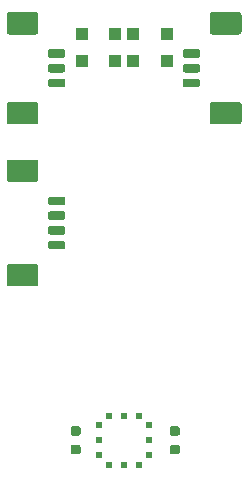
<source format=gbp>
G04 #@! TF.GenerationSoftware,KiCad,Pcbnew,(5.1.4-0-10_14)*
G04 #@! TF.CreationDate,2020-03-01T16:52:25+01:00*
G04 #@! TF.ProjectId,actuator-board,61637475-6174-46f7-922d-626f6172642e,A.1*
G04 #@! TF.SameCoordinates,Original*
G04 #@! TF.FileFunction,Paste,Bot*
G04 #@! TF.FilePolarity,Positive*
%FSLAX46Y46*%
G04 Gerber Fmt 4.6, Leading zero omitted, Abs format (unit mm)*
G04 Created by KiCad (PCBNEW (5.1.4-0-10_14)) date 2020-03-01 16:52:25*
%MOMM*%
%LPD*%
G04 APERTURE LIST*
%ADD10C,0.100000*%
%ADD11C,0.787500*%
%ADD12R,0.990000X0.990000*%
%ADD13C,0.720000*%
%ADD14C,1.890000*%
%ADD15R,0.585000X0.630000*%
%ADD16R,0.630000X0.585000*%
G04 APERTURE END LIST*
D10*
G36*
X55149922Y-97294698D02*
G01*
X55169033Y-97297533D01*
X55187775Y-97302227D01*
X55205966Y-97308736D01*
X55223431Y-97316997D01*
X55240003Y-97326929D01*
X55255521Y-97338439D01*
X55269837Y-97351413D01*
X55282811Y-97365729D01*
X55294321Y-97381247D01*
X55304253Y-97397819D01*
X55312514Y-97415284D01*
X55319023Y-97433475D01*
X55323717Y-97452217D01*
X55326552Y-97471328D01*
X55327500Y-97490625D01*
X55327500Y-97884375D01*
X55326552Y-97903672D01*
X55323717Y-97922783D01*
X55319023Y-97941525D01*
X55312514Y-97959716D01*
X55304253Y-97977181D01*
X55294321Y-97993753D01*
X55282811Y-98009271D01*
X55269837Y-98023587D01*
X55255521Y-98036561D01*
X55240003Y-98048071D01*
X55223431Y-98058003D01*
X55205966Y-98066264D01*
X55187775Y-98072773D01*
X55169033Y-98077467D01*
X55149922Y-98080302D01*
X55130625Y-98081250D01*
X54669375Y-98081250D01*
X54650078Y-98080302D01*
X54630967Y-98077467D01*
X54612225Y-98072773D01*
X54594034Y-98066264D01*
X54576569Y-98058003D01*
X54559997Y-98048071D01*
X54544479Y-98036561D01*
X54530163Y-98023587D01*
X54517189Y-98009271D01*
X54505679Y-97993753D01*
X54495747Y-97977181D01*
X54487486Y-97959716D01*
X54480977Y-97941525D01*
X54476283Y-97922783D01*
X54473448Y-97903672D01*
X54472500Y-97884375D01*
X54472500Y-97490625D01*
X54473448Y-97471328D01*
X54476283Y-97452217D01*
X54480977Y-97433475D01*
X54487486Y-97415284D01*
X54495747Y-97397819D01*
X54505679Y-97381247D01*
X54517189Y-97365729D01*
X54530163Y-97351413D01*
X54544479Y-97338439D01*
X54559997Y-97326929D01*
X54576569Y-97316997D01*
X54594034Y-97308736D01*
X54612225Y-97302227D01*
X54630967Y-97297533D01*
X54650078Y-97294698D01*
X54669375Y-97293750D01*
X55130625Y-97293750D01*
X55149922Y-97294698D01*
X55149922Y-97294698D01*
G37*
D11*
X54900000Y-97687500D03*
D10*
G36*
X55149922Y-95719698D02*
G01*
X55169033Y-95722533D01*
X55187775Y-95727227D01*
X55205966Y-95733736D01*
X55223431Y-95741997D01*
X55240003Y-95751929D01*
X55255521Y-95763439D01*
X55269837Y-95776413D01*
X55282811Y-95790729D01*
X55294321Y-95806247D01*
X55304253Y-95822819D01*
X55312514Y-95840284D01*
X55319023Y-95858475D01*
X55323717Y-95877217D01*
X55326552Y-95896328D01*
X55327500Y-95915625D01*
X55327500Y-96309375D01*
X55326552Y-96328672D01*
X55323717Y-96347783D01*
X55319023Y-96366525D01*
X55312514Y-96384716D01*
X55304253Y-96402181D01*
X55294321Y-96418753D01*
X55282811Y-96434271D01*
X55269837Y-96448587D01*
X55255521Y-96461561D01*
X55240003Y-96473071D01*
X55223431Y-96483003D01*
X55205966Y-96491264D01*
X55187775Y-96497773D01*
X55169033Y-96502467D01*
X55149922Y-96505302D01*
X55130625Y-96506250D01*
X54669375Y-96506250D01*
X54650078Y-96505302D01*
X54630967Y-96502467D01*
X54612225Y-96497773D01*
X54594034Y-96491264D01*
X54576569Y-96483003D01*
X54559997Y-96473071D01*
X54544479Y-96461561D01*
X54530163Y-96448587D01*
X54517189Y-96434271D01*
X54505679Y-96418753D01*
X54495747Y-96402181D01*
X54487486Y-96384716D01*
X54480977Y-96366525D01*
X54476283Y-96347783D01*
X54473448Y-96328672D01*
X54472500Y-96309375D01*
X54472500Y-95915625D01*
X54473448Y-95896328D01*
X54476283Y-95877217D01*
X54480977Y-95858475D01*
X54487486Y-95840284D01*
X54495747Y-95822819D01*
X54505679Y-95806247D01*
X54517189Y-95790729D01*
X54530163Y-95776413D01*
X54544479Y-95763439D01*
X54559997Y-95751929D01*
X54576569Y-95741997D01*
X54594034Y-95733736D01*
X54612225Y-95727227D01*
X54630967Y-95722533D01*
X54650078Y-95719698D01*
X54669375Y-95718750D01*
X55130625Y-95718750D01*
X55149922Y-95719698D01*
X55149922Y-95719698D01*
G37*
D11*
X54900000Y-96112500D03*
D10*
G36*
X63549922Y-95719698D02*
G01*
X63569033Y-95722533D01*
X63587775Y-95727227D01*
X63605966Y-95733736D01*
X63623431Y-95741997D01*
X63640003Y-95751929D01*
X63655521Y-95763439D01*
X63669837Y-95776413D01*
X63682811Y-95790729D01*
X63694321Y-95806247D01*
X63704253Y-95822819D01*
X63712514Y-95840284D01*
X63719023Y-95858475D01*
X63723717Y-95877217D01*
X63726552Y-95896328D01*
X63727500Y-95915625D01*
X63727500Y-96309375D01*
X63726552Y-96328672D01*
X63723717Y-96347783D01*
X63719023Y-96366525D01*
X63712514Y-96384716D01*
X63704253Y-96402181D01*
X63694321Y-96418753D01*
X63682811Y-96434271D01*
X63669837Y-96448587D01*
X63655521Y-96461561D01*
X63640003Y-96473071D01*
X63623431Y-96483003D01*
X63605966Y-96491264D01*
X63587775Y-96497773D01*
X63569033Y-96502467D01*
X63549922Y-96505302D01*
X63530625Y-96506250D01*
X63069375Y-96506250D01*
X63050078Y-96505302D01*
X63030967Y-96502467D01*
X63012225Y-96497773D01*
X62994034Y-96491264D01*
X62976569Y-96483003D01*
X62959997Y-96473071D01*
X62944479Y-96461561D01*
X62930163Y-96448587D01*
X62917189Y-96434271D01*
X62905679Y-96418753D01*
X62895747Y-96402181D01*
X62887486Y-96384716D01*
X62880977Y-96366525D01*
X62876283Y-96347783D01*
X62873448Y-96328672D01*
X62872500Y-96309375D01*
X62872500Y-95915625D01*
X62873448Y-95896328D01*
X62876283Y-95877217D01*
X62880977Y-95858475D01*
X62887486Y-95840284D01*
X62895747Y-95822819D01*
X62905679Y-95806247D01*
X62917189Y-95790729D01*
X62930163Y-95776413D01*
X62944479Y-95763439D01*
X62959997Y-95751929D01*
X62976569Y-95741997D01*
X62994034Y-95733736D01*
X63012225Y-95727227D01*
X63030967Y-95722533D01*
X63050078Y-95719698D01*
X63069375Y-95718750D01*
X63530625Y-95718750D01*
X63549922Y-95719698D01*
X63549922Y-95719698D01*
G37*
D11*
X63300000Y-96112500D03*
D10*
G36*
X63549922Y-97294698D02*
G01*
X63569033Y-97297533D01*
X63587775Y-97302227D01*
X63605966Y-97308736D01*
X63623431Y-97316997D01*
X63640003Y-97326929D01*
X63655521Y-97338439D01*
X63669837Y-97351413D01*
X63682811Y-97365729D01*
X63694321Y-97381247D01*
X63704253Y-97397819D01*
X63712514Y-97415284D01*
X63719023Y-97433475D01*
X63723717Y-97452217D01*
X63726552Y-97471328D01*
X63727500Y-97490625D01*
X63727500Y-97884375D01*
X63726552Y-97903672D01*
X63723717Y-97922783D01*
X63719023Y-97941525D01*
X63712514Y-97959716D01*
X63704253Y-97977181D01*
X63694321Y-97993753D01*
X63682811Y-98009271D01*
X63669837Y-98023587D01*
X63655521Y-98036561D01*
X63640003Y-98048071D01*
X63623431Y-98058003D01*
X63605966Y-98066264D01*
X63587775Y-98072773D01*
X63569033Y-98077467D01*
X63549922Y-98080302D01*
X63530625Y-98081250D01*
X63069375Y-98081250D01*
X63050078Y-98080302D01*
X63030967Y-98077467D01*
X63012225Y-98072773D01*
X62994034Y-98066264D01*
X62976569Y-98058003D01*
X62959997Y-98048071D01*
X62944479Y-98036561D01*
X62930163Y-98023587D01*
X62917189Y-98009271D01*
X62905679Y-97993753D01*
X62895747Y-97977181D01*
X62887486Y-97959716D01*
X62880977Y-97941525D01*
X62876283Y-97922783D01*
X62873448Y-97903672D01*
X62872500Y-97884375D01*
X62872500Y-97490625D01*
X62873448Y-97471328D01*
X62876283Y-97452217D01*
X62880977Y-97433475D01*
X62887486Y-97415284D01*
X62895747Y-97397819D01*
X62905679Y-97381247D01*
X62917189Y-97365729D01*
X62930163Y-97351413D01*
X62944479Y-97338439D01*
X62959997Y-97326929D01*
X62976569Y-97316997D01*
X62994034Y-97308736D01*
X63012225Y-97302227D01*
X63030967Y-97297533D01*
X63050078Y-97294698D01*
X63069375Y-97293750D01*
X63530625Y-97293750D01*
X63549922Y-97294698D01*
X63549922Y-97294698D01*
G37*
D11*
X63300000Y-97687500D03*
D12*
X59800000Y-64800000D03*
X62600000Y-64800000D03*
X62600000Y-62500000D03*
X59800000Y-62500000D03*
X55400000Y-62500000D03*
X58200000Y-62500000D03*
X58200000Y-64800000D03*
X55400000Y-64800000D03*
D10*
G36*
X53857643Y-80015867D02*
G01*
X53875116Y-80018459D01*
X53892251Y-80022751D01*
X53908883Y-80028702D01*
X53924851Y-80036254D01*
X53940003Y-80045335D01*
X53954191Y-80055858D01*
X53967279Y-80067721D01*
X53979142Y-80080809D01*
X53989665Y-80094997D01*
X53998746Y-80110149D01*
X54006298Y-80126117D01*
X54012249Y-80142749D01*
X54016541Y-80159884D01*
X54019133Y-80177357D01*
X54020000Y-80195000D01*
X54020000Y-80555000D01*
X54019133Y-80572643D01*
X54016541Y-80590116D01*
X54012249Y-80607251D01*
X54006298Y-80623883D01*
X53998746Y-80639851D01*
X53989665Y-80655003D01*
X53979142Y-80669191D01*
X53967279Y-80682279D01*
X53954191Y-80694142D01*
X53940003Y-80704665D01*
X53924851Y-80713746D01*
X53908883Y-80721298D01*
X53892251Y-80727249D01*
X53875116Y-80731541D01*
X53857643Y-80734133D01*
X53840000Y-80735000D01*
X52760000Y-80735000D01*
X52742357Y-80734133D01*
X52724884Y-80731541D01*
X52707749Y-80727249D01*
X52691117Y-80721298D01*
X52675149Y-80713746D01*
X52659997Y-80704665D01*
X52645809Y-80694142D01*
X52632721Y-80682279D01*
X52620858Y-80669191D01*
X52610335Y-80655003D01*
X52601254Y-80639851D01*
X52593702Y-80623883D01*
X52587751Y-80607251D01*
X52583459Y-80590116D01*
X52580867Y-80572643D01*
X52580000Y-80555000D01*
X52580000Y-80195000D01*
X52580867Y-80177357D01*
X52583459Y-80159884D01*
X52587751Y-80142749D01*
X52593702Y-80126117D01*
X52601254Y-80110149D01*
X52610335Y-80094997D01*
X52620858Y-80080809D01*
X52632721Y-80067721D01*
X52645809Y-80055858D01*
X52659997Y-80045335D01*
X52675149Y-80036254D01*
X52691117Y-80028702D01*
X52707749Y-80022751D01*
X52724884Y-80018459D01*
X52742357Y-80015867D01*
X52760000Y-80015000D01*
X53840000Y-80015000D01*
X53857643Y-80015867D01*
X53857643Y-80015867D01*
G37*
D13*
X53300000Y-80375000D03*
D10*
G36*
X53857643Y-78765867D02*
G01*
X53875116Y-78768459D01*
X53892251Y-78772751D01*
X53908883Y-78778702D01*
X53924851Y-78786254D01*
X53940003Y-78795335D01*
X53954191Y-78805858D01*
X53967279Y-78817721D01*
X53979142Y-78830809D01*
X53989665Y-78844997D01*
X53998746Y-78860149D01*
X54006298Y-78876117D01*
X54012249Y-78892749D01*
X54016541Y-78909884D01*
X54019133Y-78927357D01*
X54020000Y-78945000D01*
X54020000Y-79305000D01*
X54019133Y-79322643D01*
X54016541Y-79340116D01*
X54012249Y-79357251D01*
X54006298Y-79373883D01*
X53998746Y-79389851D01*
X53989665Y-79405003D01*
X53979142Y-79419191D01*
X53967279Y-79432279D01*
X53954191Y-79444142D01*
X53940003Y-79454665D01*
X53924851Y-79463746D01*
X53908883Y-79471298D01*
X53892251Y-79477249D01*
X53875116Y-79481541D01*
X53857643Y-79484133D01*
X53840000Y-79485000D01*
X52760000Y-79485000D01*
X52742357Y-79484133D01*
X52724884Y-79481541D01*
X52707749Y-79477249D01*
X52691117Y-79471298D01*
X52675149Y-79463746D01*
X52659997Y-79454665D01*
X52645809Y-79444142D01*
X52632721Y-79432279D01*
X52620858Y-79419191D01*
X52610335Y-79405003D01*
X52601254Y-79389851D01*
X52593702Y-79373883D01*
X52587751Y-79357251D01*
X52583459Y-79340116D01*
X52580867Y-79322643D01*
X52580000Y-79305000D01*
X52580000Y-78945000D01*
X52580867Y-78927357D01*
X52583459Y-78909884D01*
X52587751Y-78892749D01*
X52593702Y-78876117D01*
X52601254Y-78860149D01*
X52610335Y-78844997D01*
X52620858Y-78830809D01*
X52632721Y-78817721D01*
X52645809Y-78805858D01*
X52659997Y-78795335D01*
X52675149Y-78786254D01*
X52691117Y-78778702D01*
X52707749Y-78772751D01*
X52724884Y-78768459D01*
X52742357Y-78765867D01*
X52760000Y-78765000D01*
X53840000Y-78765000D01*
X53857643Y-78765867D01*
X53857643Y-78765867D01*
G37*
D13*
X53300000Y-79125000D03*
D10*
G36*
X53857643Y-77515867D02*
G01*
X53875116Y-77518459D01*
X53892251Y-77522751D01*
X53908883Y-77528702D01*
X53924851Y-77536254D01*
X53940003Y-77545335D01*
X53954191Y-77555858D01*
X53967279Y-77567721D01*
X53979142Y-77580809D01*
X53989665Y-77594997D01*
X53998746Y-77610149D01*
X54006298Y-77626117D01*
X54012249Y-77642749D01*
X54016541Y-77659884D01*
X54019133Y-77677357D01*
X54020000Y-77695000D01*
X54020000Y-78055000D01*
X54019133Y-78072643D01*
X54016541Y-78090116D01*
X54012249Y-78107251D01*
X54006298Y-78123883D01*
X53998746Y-78139851D01*
X53989665Y-78155003D01*
X53979142Y-78169191D01*
X53967279Y-78182279D01*
X53954191Y-78194142D01*
X53940003Y-78204665D01*
X53924851Y-78213746D01*
X53908883Y-78221298D01*
X53892251Y-78227249D01*
X53875116Y-78231541D01*
X53857643Y-78234133D01*
X53840000Y-78235000D01*
X52760000Y-78235000D01*
X52742357Y-78234133D01*
X52724884Y-78231541D01*
X52707749Y-78227249D01*
X52691117Y-78221298D01*
X52675149Y-78213746D01*
X52659997Y-78204665D01*
X52645809Y-78194142D01*
X52632721Y-78182279D01*
X52620858Y-78169191D01*
X52610335Y-78155003D01*
X52601254Y-78139851D01*
X52593702Y-78123883D01*
X52587751Y-78107251D01*
X52583459Y-78090116D01*
X52580867Y-78072643D01*
X52580000Y-78055000D01*
X52580000Y-77695000D01*
X52580867Y-77677357D01*
X52583459Y-77659884D01*
X52587751Y-77642749D01*
X52593702Y-77626117D01*
X52601254Y-77610149D01*
X52610335Y-77594997D01*
X52620858Y-77580809D01*
X52632721Y-77567721D01*
X52645809Y-77555858D01*
X52659997Y-77545335D01*
X52675149Y-77536254D01*
X52691117Y-77528702D01*
X52707749Y-77522751D01*
X52724884Y-77518459D01*
X52742357Y-77515867D01*
X52760000Y-77515000D01*
X53840000Y-77515000D01*
X53857643Y-77515867D01*
X53857643Y-77515867D01*
G37*
D13*
X53300000Y-77875000D03*
D10*
G36*
X53857643Y-76265867D02*
G01*
X53875116Y-76268459D01*
X53892251Y-76272751D01*
X53908883Y-76278702D01*
X53924851Y-76286254D01*
X53940003Y-76295335D01*
X53954191Y-76305858D01*
X53967279Y-76317721D01*
X53979142Y-76330809D01*
X53989665Y-76344997D01*
X53998746Y-76360149D01*
X54006298Y-76376117D01*
X54012249Y-76392749D01*
X54016541Y-76409884D01*
X54019133Y-76427357D01*
X54020000Y-76445000D01*
X54020000Y-76805000D01*
X54019133Y-76822643D01*
X54016541Y-76840116D01*
X54012249Y-76857251D01*
X54006298Y-76873883D01*
X53998746Y-76889851D01*
X53989665Y-76905003D01*
X53979142Y-76919191D01*
X53967279Y-76932279D01*
X53954191Y-76944142D01*
X53940003Y-76954665D01*
X53924851Y-76963746D01*
X53908883Y-76971298D01*
X53892251Y-76977249D01*
X53875116Y-76981541D01*
X53857643Y-76984133D01*
X53840000Y-76985000D01*
X52760000Y-76985000D01*
X52742357Y-76984133D01*
X52724884Y-76981541D01*
X52707749Y-76977249D01*
X52691117Y-76971298D01*
X52675149Y-76963746D01*
X52659997Y-76954665D01*
X52645809Y-76944142D01*
X52632721Y-76932279D01*
X52620858Y-76919191D01*
X52610335Y-76905003D01*
X52601254Y-76889851D01*
X52593702Y-76873883D01*
X52587751Y-76857251D01*
X52583459Y-76840116D01*
X52580867Y-76822643D01*
X52580000Y-76805000D01*
X52580000Y-76445000D01*
X52580867Y-76427357D01*
X52583459Y-76409884D01*
X52587751Y-76392749D01*
X52593702Y-76376117D01*
X52601254Y-76360149D01*
X52610335Y-76344997D01*
X52620858Y-76330809D01*
X52632721Y-76317721D01*
X52645809Y-76305858D01*
X52659997Y-76295335D01*
X52675149Y-76286254D01*
X52691117Y-76278702D01*
X52707749Y-76272751D01*
X52724884Y-76268459D01*
X52742357Y-76265867D01*
X52760000Y-76265000D01*
X53840000Y-76265000D01*
X53857643Y-76265867D01*
X53857643Y-76265867D01*
G37*
D13*
X53300000Y-76625000D03*
D10*
G36*
X51547054Y-81981083D02*
G01*
X51568895Y-81984323D01*
X51590314Y-81989688D01*
X51611104Y-81997127D01*
X51631064Y-82006568D01*
X51650003Y-82017919D01*
X51667738Y-82031073D01*
X51684099Y-82045901D01*
X51698927Y-82062262D01*
X51712081Y-82079997D01*
X51723432Y-82098936D01*
X51732873Y-82118896D01*
X51740312Y-82139686D01*
X51745677Y-82161105D01*
X51748917Y-82182946D01*
X51750000Y-82205000D01*
X51750000Y-83645000D01*
X51748917Y-83667054D01*
X51745677Y-83688895D01*
X51740312Y-83710314D01*
X51732873Y-83731104D01*
X51723432Y-83751064D01*
X51712081Y-83770003D01*
X51698927Y-83787738D01*
X51684099Y-83804099D01*
X51667738Y-83818927D01*
X51650003Y-83832081D01*
X51631064Y-83843432D01*
X51611104Y-83852873D01*
X51590314Y-83860312D01*
X51568895Y-83865677D01*
X51547054Y-83868917D01*
X51525000Y-83870000D01*
X49275000Y-83870000D01*
X49252946Y-83868917D01*
X49231105Y-83865677D01*
X49209686Y-83860312D01*
X49188896Y-83852873D01*
X49168936Y-83843432D01*
X49149997Y-83832081D01*
X49132262Y-83818927D01*
X49115901Y-83804099D01*
X49101073Y-83787738D01*
X49087919Y-83770003D01*
X49076568Y-83751064D01*
X49067127Y-83731104D01*
X49059688Y-83710314D01*
X49054323Y-83688895D01*
X49051083Y-83667054D01*
X49050000Y-83645000D01*
X49050000Y-82205000D01*
X49051083Y-82182946D01*
X49054323Y-82161105D01*
X49059688Y-82139686D01*
X49067127Y-82118896D01*
X49076568Y-82098936D01*
X49087919Y-82079997D01*
X49101073Y-82062262D01*
X49115901Y-82045901D01*
X49132262Y-82031073D01*
X49149997Y-82017919D01*
X49168936Y-82006568D01*
X49188896Y-81997127D01*
X49209686Y-81989688D01*
X49231105Y-81984323D01*
X49252946Y-81981083D01*
X49275000Y-81980000D01*
X51525000Y-81980000D01*
X51547054Y-81981083D01*
X51547054Y-81981083D01*
G37*
D14*
X50400000Y-82925000D03*
D10*
G36*
X51547054Y-73131083D02*
G01*
X51568895Y-73134323D01*
X51590314Y-73139688D01*
X51611104Y-73147127D01*
X51631064Y-73156568D01*
X51650003Y-73167919D01*
X51667738Y-73181073D01*
X51684099Y-73195901D01*
X51698927Y-73212262D01*
X51712081Y-73229997D01*
X51723432Y-73248936D01*
X51732873Y-73268896D01*
X51740312Y-73289686D01*
X51745677Y-73311105D01*
X51748917Y-73332946D01*
X51750000Y-73355000D01*
X51750000Y-74795000D01*
X51748917Y-74817054D01*
X51745677Y-74838895D01*
X51740312Y-74860314D01*
X51732873Y-74881104D01*
X51723432Y-74901064D01*
X51712081Y-74920003D01*
X51698927Y-74937738D01*
X51684099Y-74954099D01*
X51667738Y-74968927D01*
X51650003Y-74982081D01*
X51631064Y-74993432D01*
X51611104Y-75002873D01*
X51590314Y-75010312D01*
X51568895Y-75015677D01*
X51547054Y-75018917D01*
X51525000Y-75020000D01*
X49275000Y-75020000D01*
X49252946Y-75018917D01*
X49231105Y-75015677D01*
X49209686Y-75010312D01*
X49188896Y-75002873D01*
X49168936Y-74993432D01*
X49149997Y-74982081D01*
X49132262Y-74968927D01*
X49115901Y-74954099D01*
X49101073Y-74937738D01*
X49087919Y-74920003D01*
X49076568Y-74901064D01*
X49067127Y-74881104D01*
X49059688Y-74860314D01*
X49054323Y-74838895D01*
X49051083Y-74817054D01*
X49050000Y-74795000D01*
X49050000Y-73355000D01*
X49051083Y-73332946D01*
X49054323Y-73311105D01*
X49059688Y-73289686D01*
X49067127Y-73268896D01*
X49076568Y-73248936D01*
X49087919Y-73229997D01*
X49101073Y-73212262D01*
X49115901Y-73195901D01*
X49132262Y-73181073D01*
X49149997Y-73167919D01*
X49168936Y-73156568D01*
X49188896Y-73147127D01*
X49209686Y-73139688D01*
X49231105Y-73134323D01*
X49252946Y-73131083D01*
X49275000Y-73130000D01*
X51525000Y-73130000D01*
X51547054Y-73131083D01*
X51547054Y-73131083D01*
G37*
D14*
X50400000Y-74075000D03*
D15*
X61100000Y-95630000D03*
X61100000Y-96900000D03*
X61100000Y-98170000D03*
X56900000Y-98170000D03*
X56900000Y-96900000D03*
X56900000Y-95630000D03*
D16*
X60270000Y-99000000D03*
X59000000Y-99000000D03*
X57730000Y-99000000D03*
X57730000Y-94800000D03*
X59000000Y-94800000D03*
X60270000Y-94800000D03*
D10*
G36*
X53857643Y-66290867D02*
G01*
X53875116Y-66293459D01*
X53892251Y-66297751D01*
X53908883Y-66303702D01*
X53924851Y-66311254D01*
X53940003Y-66320335D01*
X53954191Y-66330858D01*
X53967279Y-66342721D01*
X53979142Y-66355809D01*
X53989665Y-66369997D01*
X53998746Y-66385149D01*
X54006298Y-66401117D01*
X54012249Y-66417749D01*
X54016541Y-66434884D01*
X54019133Y-66452357D01*
X54020000Y-66470000D01*
X54020000Y-66830000D01*
X54019133Y-66847643D01*
X54016541Y-66865116D01*
X54012249Y-66882251D01*
X54006298Y-66898883D01*
X53998746Y-66914851D01*
X53989665Y-66930003D01*
X53979142Y-66944191D01*
X53967279Y-66957279D01*
X53954191Y-66969142D01*
X53940003Y-66979665D01*
X53924851Y-66988746D01*
X53908883Y-66996298D01*
X53892251Y-67002249D01*
X53875116Y-67006541D01*
X53857643Y-67009133D01*
X53840000Y-67010000D01*
X52760000Y-67010000D01*
X52742357Y-67009133D01*
X52724884Y-67006541D01*
X52707749Y-67002249D01*
X52691117Y-66996298D01*
X52675149Y-66988746D01*
X52659997Y-66979665D01*
X52645809Y-66969142D01*
X52632721Y-66957279D01*
X52620858Y-66944191D01*
X52610335Y-66930003D01*
X52601254Y-66914851D01*
X52593702Y-66898883D01*
X52587751Y-66882251D01*
X52583459Y-66865116D01*
X52580867Y-66847643D01*
X52580000Y-66830000D01*
X52580000Y-66470000D01*
X52580867Y-66452357D01*
X52583459Y-66434884D01*
X52587751Y-66417749D01*
X52593702Y-66401117D01*
X52601254Y-66385149D01*
X52610335Y-66369997D01*
X52620858Y-66355809D01*
X52632721Y-66342721D01*
X52645809Y-66330858D01*
X52659997Y-66320335D01*
X52675149Y-66311254D01*
X52691117Y-66303702D01*
X52707749Y-66297751D01*
X52724884Y-66293459D01*
X52742357Y-66290867D01*
X52760000Y-66290000D01*
X53840000Y-66290000D01*
X53857643Y-66290867D01*
X53857643Y-66290867D01*
G37*
D13*
X53300000Y-66650000D03*
D10*
G36*
X53857643Y-65040867D02*
G01*
X53875116Y-65043459D01*
X53892251Y-65047751D01*
X53908883Y-65053702D01*
X53924851Y-65061254D01*
X53940003Y-65070335D01*
X53954191Y-65080858D01*
X53967279Y-65092721D01*
X53979142Y-65105809D01*
X53989665Y-65119997D01*
X53998746Y-65135149D01*
X54006298Y-65151117D01*
X54012249Y-65167749D01*
X54016541Y-65184884D01*
X54019133Y-65202357D01*
X54020000Y-65220000D01*
X54020000Y-65580000D01*
X54019133Y-65597643D01*
X54016541Y-65615116D01*
X54012249Y-65632251D01*
X54006298Y-65648883D01*
X53998746Y-65664851D01*
X53989665Y-65680003D01*
X53979142Y-65694191D01*
X53967279Y-65707279D01*
X53954191Y-65719142D01*
X53940003Y-65729665D01*
X53924851Y-65738746D01*
X53908883Y-65746298D01*
X53892251Y-65752249D01*
X53875116Y-65756541D01*
X53857643Y-65759133D01*
X53840000Y-65760000D01*
X52760000Y-65760000D01*
X52742357Y-65759133D01*
X52724884Y-65756541D01*
X52707749Y-65752249D01*
X52691117Y-65746298D01*
X52675149Y-65738746D01*
X52659997Y-65729665D01*
X52645809Y-65719142D01*
X52632721Y-65707279D01*
X52620858Y-65694191D01*
X52610335Y-65680003D01*
X52601254Y-65664851D01*
X52593702Y-65648883D01*
X52587751Y-65632251D01*
X52583459Y-65615116D01*
X52580867Y-65597643D01*
X52580000Y-65580000D01*
X52580000Y-65220000D01*
X52580867Y-65202357D01*
X52583459Y-65184884D01*
X52587751Y-65167749D01*
X52593702Y-65151117D01*
X52601254Y-65135149D01*
X52610335Y-65119997D01*
X52620858Y-65105809D01*
X52632721Y-65092721D01*
X52645809Y-65080858D01*
X52659997Y-65070335D01*
X52675149Y-65061254D01*
X52691117Y-65053702D01*
X52707749Y-65047751D01*
X52724884Y-65043459D01*
X52742357Y-65040867D01*
X52760000Y-65040000D01*
X53840000Y-65040000D01*
X53857643Y-65040867D01*
X53857643Y-65040867D01*
G37*
D13*
X53300000Y-65400000D03*
D10*
G36*
X53857643Y-63790867D02*
G01*
X53875116Y-63793459D01*
X53892251Y-63797751D01*
X53908883Y-63803702D01*
X53924851Y-63811254D01*
X53940003Y-63820335D01*
X53954191Y-63830858D01*
X53967279Y-63842721D01*
X53979142Y-63855809D01*
X53989665Y-63869997D01*
X53998746Y-63885149D01*
X54006298Y-63901117D01*
X54012249Y-63917749D01*
X54016541Y-63934884D01*
X54019133Y-63952357D01*
X54020000Y-63970000D01*
X54020000Y-64330000D01*
X54019133Y-64347643D01*
X54016541Y-64365116D01*
X54012249Y-64382251D01*
X54006298Y-64398883D01*
X53998746Y-64414851D01*
X53989665Y-64430003D01*
X53979142Y-64444191D01*
X53967279Y-64457279D01*
X53954191Y-64469142D01*
X53940003Y-64479665D01*
X53924851Y-64488746D01*
X53908883Y-64496298D01*
X53892251Y-64502249D01*
X53875116Y-64506541D01*
X53857643Y-64509133D01*
X53840000Y-64510000D01*
X52760000Y-64510000D01*
X52742357Y-64509133D01*
X52724884Y-64506541D01*
X52707749Y-64502249D01*
X52691117Y-64496298D01*
X52675149Y-64488746D01*
X52659997Y-64479665D01*
X52645809Y-64469142D01*
X52632721Y-64457279D01*
X52620858Y-64444191D01*
X52610335Y-64430003D01*
X52601254Y-64414851D01*
X52593702Y-64398883D01*
X52587751Y-64382251D01*
X52583459Y-64365116D01*
X52580867Y-64347643D01*
X52580000Y-64330000D01*
X52580000Y-63970000D01*
X52580867Y-63952357D01*
X52583459Y-63934884D01*
X52587751Y-63917749D01*
X52593702Y-63901117D01*
X52601254Y-63885149D01*
X52610335Y-63869997D01*
X52620858Y-63855809D01*
X52632721Y-63842721D01*
X52645809Y-63830858D01*
X52659997Y-63820335D01*
X52675149Y-63811254D01*
X52691117Y-63803702D01*
X52707749Y-63797751D01*
X52724884Y-63793459D01*
X52742357Y-63790867D01*
X52760000Y-63790000D01*
X53840000Y-63790000D01*
X53857643Y-63790867D01*
X53857643Y-63790867D01*
G37*
D13*
X53300000Y-64150000D03*
D10*
G36*
X51547054Y-68256083D02*
G01*
X51568895Y-68259323D01*
X51590314Y-68264688D01*
X51611104Y-68272127D01*
X51631064Y-68281568D01*
X51650003Y-68292919D01*
X51667738Y-68306073D01*
X51684099Y-68320901D01*
X51698927Y-68337262D01*
X51712081Y-68354997D01*
X51723432Y-68373936D01*
X51732873Y-68393896D01*
X51740312Y-68414686D01*
X51745677Y-68436105D01*
X51748917Y-68457946D01*
X51750000Y-68480000D01*
X51750000Y-69920000D01*
X51748917Y-69942054D01*
X51745677Y-69963895D01*
X51740312Y-69985314D01*
X51732873Y-70006104D01*
X51723432Y-70026064D01*
X51712081Y-70045003D01*
X51698927Y-70062738D01*
X51684099Y-70079099D01*
X51667738Y-70093927D01*
X51650003Y-70107081D01*
X51631064Y-70118432D01*
X51611104Y-70127873D01*
X51590314Y-70135312D01*
X51568895Y-70140677D01*
X51547054Y-70143917D01*
X51525000Y-70145000D01*
X49275000Y-70145000D01*
X49252946Y-70143917D01*
X49231105Y-70140677D01*
X49209686Y-70135312D01*
X49188896Y-70127873D01*
X49168936Y-70118432D01*
X49149997Y-70107081D01*
X49132262Y-70093927D01*
X49115901Y-70079099D01*
X49101073Y-70062738D01*
X49087919Y-70045003D01*
X49076568Y-70026064D01*
X49067127Y-70006104D01*
X49059688Y-69985314D01*
X49054323Y-69963895D01*
X49051083Y-69942054D01*
X49050000Y-69920000D01*
X49050000Y-68480000D01*
X49051083Y-68457946D01*
X49054323Y-68436105D01*
X49059688Y-68414686D01*
X49067127Y-68393896D01*
X49076568Y-68373936D01*
X49087919Y-68354997D01*
X49101073Y-68337262D01*
X49115901Y-68320901D01*
X49132262Y-68306073D01*
X49149997Y-68292919D01*
X49168936Y-68281568D01*
X49188896Y-68272127D01*
X49209686Y-68264688D01*
X49231105Y-68259323D01*
X49252946Y-68256083D01*
X49275000Y-68255000D01*
X51525000Y-68255000D01*
X51547054Y-68256083D01*
X51547054Y-68256083D01*
G37*
D14*
X50400000Y-69200000D03*
D10*
G36*
X51547054Y-60656083D02*
G01*
X51568895Y-60659323D01*
X51590314Y-60664688D01*
X51611104Y-60672127D01*
X51631064Y-60681568D01*
X51650003Y-60692919D01*
X51667738Y-60706073D01*
X51684099Y-60720901D01*
X51698927Y-60737262D01*
X51712081Y-60754997D01*
X51723432Y-60773936D01*
X51732873Y-60793896D01*
X51740312Y-60814686D01*
X51745677Y-60836105D01*
X51748917Y-60857946D01*
X51750000Y-60880000D01*
X51750000Y-62320000D01*
X51748917Y-62342054D01*
X51745677Y-62363895D01*
X51740312Y-62385314D01*
X51732873Y-62406104D01*
X51723432Y-62426064D01*
X51712081Y-62445003D01*
X51698927Y-62462738D01*
X51684099Y-62479099D01*
X51667738Y-62493927D01*
X51650003Y-62507081D01*
X51631064Y-62518432D01*
X51611104Y-62527873D01*
X51590314Y-62535312D01*
X51568895Y-62540677D01*
X51547054Y-62543917D01*
X51525000Y-62545000D01*
X49275000Y-62545000D01*
X49252946Y-62543917D01*
X49231105Y-62540677D01*
X49209686Y-62535312D01*
X49188896Y-62527873D01*
X49168936Y-62518432D01*
X49149997Y-62507081D01*
X49132262Y-62493927D01*
X49115901Y-62479099D01*
X49101073Y-62462738D01*
X49087919Y-62445003D01*
X49076568Y-62426064D01*
X49067127Y-62406104D01*
X49059688Y-62385314D01*
X49054323Y-62363895D01*
X49051083Y-62342054D01*
X49050000Y-62320000D01*
X49050000Y-60880000D01*
X49051083Y-60857946D01*
X49054323Y-60836105D01*
X49059688Y-60814686D01*
X49067127Y-60793896D01*
X49076568Y-60773936D01*
X49087919Y-60754997D01*
X49101073Y-60737262D01*
X49115901Y-60720901D01*
X49132262Y-60706073D01*
X49149997Y-60692919D01*
X49168936Y-60681568D01*
X49188896Y-60672127D01*
X49209686Y-60664688D01*
X49231105Y-60659323D01*
X49252946Y-60656083D01*
X49275000Y-60655000D01*
X51525000Y-60655000D01*
X51547054Y-60656083D01*
X51547054Y-60656083D01*
G37*
D14*
X50400000Y-61600000D03*
D10*
G36*
X68747054Y-68256083D02*
G01*
X68768895Y-68259323D01*
X68790314Y-68264688D01*
X68811104Y-68272127D01*
X68831064Y-68281568D01*
X68850003Y-68292919D01*
X68867738Y-68306073D01*
X68884099Y-68320901D01*
X68898927Y-68337262D01*
X68912081Y-68354997D01*
X68923432Y-68373936D01*
X68932873Y-68393896D01*
X68940312Y-68414686D01*
X68945677Y-68436105D01*
X68948917Y-68457946D01*
X68950000Y-68480000D01*
X68950000Y-69920000D01*
X68948917Y-69942054D01*
X68945677Y-69963895D01*
X68940312Y-69985314D01*
X68932873Y-70006104D01*
X68923432Y-70026064D01*
X68912081Y-70045003D01*
X68898927Y-70062738D01*
X68884099Y-70079099D01*
X68867738Y-70093927D01*
X68850003Y-70107081D01*
X68831064Y-70118432D01*
X68811104Y-70127873D01*
X68790314Y-70135312D01*
X68768895Y-70140677D01*
X68747054Y-70143917D01*
X68725000Y-70145000D01*
X66475000Y-70145000D01*
X66452946Y-70143917D01*
X66431105Y-70140677D01*
X66409686Y-70135312D01*
X66388896Y-70127873D01*
X66368936Y-70118432D01*
X66349997Y-70107081D01*
X66332262Y-70093927D01*
X66315901Y-70079099D01*
X66301073Y-70062738D01*
X66287919Y-70045003D01*
X66276568Y-70026064D01*
X66267127Y-70006104D01*
X66259688Y-69985314D01*
X66254323Y-69963895D01*
X66251083Y-69942054D01*
X66250000Y-69920000D01*
X66250000Y-68480000D01*
X66251083Y-68457946D01*
X66254323Y-68436105D01*
X66259688Y-68414686D01*
X66267127Y-68393896D01*
X66276568Y-68373936D01*
X66287919Y-68354997D01*
X66301073Y-68337262D01*
X66315901Y-68320901D01*
X66332262Y-68306073D01*
X66349997Y-68292919D01*
X66368936Y-68281568D01*
X66388896Y-68272127D01*
X66409686Y-68264688D01*
X66431105Y-68259323D01*
X66452946Y-68256083D01*
X66475000Y-68255000D01*
X68725000Y-68255000D01*
X68747054Y-68256083D01*
X68747054Y-68256083D01*
G37*
D14*
X67600000Y-69200000D03*
D10*
G36*
X68747054Y-60656083D02*
G01*
X68768895Y-60659323D01*
X68790314Y-60664688D01*
X68811104Y-60672127D01*
X68831064Y-60681568D01*
X68850003Y-60692919D01*
X68867738Y-60706073D01*
X68884099Y-60720901D01*
X68898927Y-60737262D01*
X68912081Y-60754997D01*
X68923432Y-60773936D01*
X68932873Y-60793896D01*
X68940312Y-60814686D01*
X68945677Y-60836105D01*
X68948917Y-60857946D01*
X68950000Y-60880000D01*
X68950000Y-62320000D01*
X68948917Y-62342054D01*
X68945677Y-62363895D01*
X68940312Y-62385314D01*
X68932873Y-62406104D01*
X68923432Y-62426064D01*
X68912081Y-62445003D01*
X68898927Y-62462738D01*
X68884099Y-62479099D01*
X68867738Y-62493927D01*
X68850003Y-62507081D01*
X68831064Y-62518432D01*
X68811104Y-62527873D01*
X68790314Y-62535312D01*
X68768895Y-62540677D01*
X68747054Y-62543917D01*
X68725000Y-62545000D01*
X66475000Y-62545000D01*
X66452946Y-62543917D01*
X66431105Y-62540677D01*
X66409686Y-62535312D01*
X66388896Y-62527873D01*
X66368936Y-62518432D01*
X66349997Y-62507081D01*
X66332262Y-62493927D01*
X66315901Y-62479099D01*
X66301073Y-62462738D01*
X66287919Y-62445003D01*
X66276568Y-62426064D01*
X66267127Y-62406104D01*
X66259688Y-62385314D01*
X66254323Y-62363895D01*
X66251083Y-62342054D01*
X66250000Y-62320000D01*
X66250000Y-60880000D01*
X66251083Y-60857946D01*
X66254323Y-60836105D01*
X66259688Y-60814686D01*
X66267127Y-60793896D01*
X66276568Y-60773936D01*
X66287919Y-60754997D01*
X66301073Y-60737262D01*
X66315901Y-60720901D01*
X66332262Y-60706073D01*
X66349997Y-60692919D01*
X66368936Y-60681568D01*
X66388896Y-60672127D01*
X66409686Y-60664688D01*
X66431105Y-60659323D01*
X66452946Y-60656083D01*
X66475000Y-60655000D01*
X68725000Y-60655000D01*
X68747054Y-60656083D01*
X68747054Y-60656083D01*
G37*
D14*
X67600000Y-61600000D03*
D10*
G36*
X65257643Y-66290867D02*
G01*
X65275116Y-66293459D01*
X65292251Y-66297751D01*
X65308883Y-66303702D01*
X65324851Y-66311254D01*
X65340003Y-66320335D01*
X65354191Y-66330858D01*
X65367279Y-66342721D01*
X65379142Y-66355809D01*
X65389665Y-66369997D01*
X65398746Y-66385149D01*
X65406298Y-66401117D01*
X65412249Y-66417749D01*
X65416541Y-66434884D01*
X65419133Y-66452357D01*
X65420000Y-66470000D01*
X65420000Y-66830000D01*
X65419133Y-66847643D01*
X65416541Y-66865116D01*
X65412249Y-66882251D01*
X65406298Y-66898883D01*
X65398746Y-66914851D01*
X65389665Y-66930003D01*
X65379142Y-66944191D01*
X65367279Y-66957279D01*
X65354191Y-66969142D01*
X65340003Y-66979665D01*
X65324851Y-66988746D01*
X65308883Y-66996298D01*
X65292251Y-67002249D01*
X65275116Y-67006541D01*
X65257643Y-67009133D01*
X65240000Y-67010000D01*
X64160000Y-67010000D01*
X64142357Y-67009133D01*
X64124884Y-67006541D01*
X64107749Y-67002249D01*
X64091117Y-66996298D01*
X64075149Y-66988746D01*
X64059997Y-66979665D01*
X64045809Y-66969142D01*
X64032721Y-66957279D01*
X64020858Y-66944191D01*
X64010335Y-66930003D01*
X64001254Y-66914851D01*
X63993702Y-66898883D01*
X63987751Y-66882251D01*
X63983459Y-66865116D01*
X63980867Y-66847643D01*
X63980000Y-66830000D01*
X63980000Y-66470000D01*
X63980867Y-66452357D01*
X63983459Y-66434884D01*
X63987751Y-66417749D01*
X63993702Y-66401117D01*
X64001254Y-66385149D01*
X64010335Y-66369997D01*
X64020858Y-66355809D01*
X64032721Y-66342721D01*
X64045809Y-66330858D01*
X64059997Y-66320335D01*
X64075149Y-66311254D01*
X64091117Y-66303702D01*
X64107749Y-66297751D01*
X64124884Y-66293459D01*
X64142357Y-66290867D01*
X64160000Y-66290000D01*
X65240000Y-66290000D01*
X65257643Y-66290867D01*
X65257643Y-66290867D01*
G37*
D13*
X64700000Y-66650000D03*
D10*
G36*
X65257643Y-65040867D02*
G01*
X65275116Y-65043459D01*
X65292251Y-65047751D01*
X65308883Y-65053702D01*
X65324851Y-65061254D01*
X65340003Y-65070335D01*
X65354191Y-65080858D01*
X65367279Y-65092721D01*
X65379142Y-65105809D01*
X65389665Y-65119997D01*
X65398746Y-65135149D01*
X65406298Y-65151117D01*
X65412249Y-65167749D01*
X65416541Y-65184884D01*
X65419133Y-65202357D01*
X65420000Y-65220000D01*
X65420000Y-65580000D01*
X65419133Y-65597643D01*
X65416541Y-65615116D01*
X65412249Y-65632251D01*
X65406298Y-65648883D01*
X65398746Y-65664851D01*
X65389665Y-65680003D01*
X65379142Y-65694191D01*
X65367279Y-65707279D01*
X65354191Y-65719142D01*
X65340003Y-65729665D01*
X65324851Y-65738746D01*
X65308883Y-65746298D01*
X65292251Y-65752249D01*
X65275116Y-65756541D01*
X65257643Y-65759133D01*
X65240000Y-65760000D01*
X64160000Y-65760000D01*
X64142357Y-65759133D01*
X64124884Y-65756541D01*
X64107749Y-65752249D01*
X64091117Y-65746298D01*
X64075149Y-65738746D01*
X64059997Y-65729665D01*
X64045809Y-65719142D01*
X64032721Y-65707279D01*
X64020858Y-65694191D01*
X64010335Y-65680003D01*
X64001254Y-65664851D01*
X63993702Y-65648883D01*
X63987751Y-65632251D01*
X63983459Y-65615116D01*
X63980867Y-65597643D01*
X63980000Y-65580000D01*
X63980000Y-65220000D01*
X63980867Y-65202357D01*
X63983459Y-65184884D01*
X63987751Y-65167749D01*
X63993702Y-65151117D01*
X64001254Y-65135149D01*
X64010335Y-65119997D01*
X64020858Y-65105809D01*
X64032721Y-65092721D01*
X64045809Y-65080858D01*
X64059997Y-65070335D01*
X64075149Y-65061254D01*
X64091117Y-65053702D01*
X64107749Y-65047751D01*
X64124884Y-65043459D01*
X64142357Y-65040867D01*
X64160000Y-65040000D01*
X65240000Y-65040000D01*
X65257643Y-65040867D01*
X65257643Y-65040867D01*
G37*
D13*
X64700000Y-65400000D03*
D10*
G36*
X65257643Y-63790867D02*
G01*
X65275116Y-63793459D01*
X65292251Y-63797751D01*
X65308883Y-63803702D01*
X65324851Y-63811254D01*
X65340003Y-63820335D01*
X65354191Y-63830858D01*
X65367279Y-63842721D01*
X65379142Y-63855809D01*
X65389665Y-63869997D01*
X65398746Y-63885149D01*
X65406298Y-63901117D01*
X65412249Y-63917749D01*
X65416541Y-63934884D01*
X65419133Y-63952357D01*
X65420000Y-63970000D01*
X65420000Y-64330000D01*
X65419133Y-64347643D01*
X65416541Y-64365116D01*
X65412249Y-64382251D01*
X65406298Y-64398883D01*
X65398746Y-64414851D01*
X65389665Y-64430003D01*
X65379142Y-64444191D01*
X65367279Y-64457279D01*
X65354191Y-64469142D01*
X65340003Y-64479665D01*
X65324851Y-64488746D01*
X65308883Y-64496298D01*
X65292251Y-64502249D01*
X65275116Y-64506541D01*
X65257643Y-64509133D01*
X65240000Y-64510000D01*
X64160000Y-64510000D01*
X64142357Y-64509133D01*
X64124884Y-64506541D01*
X64107749Y-64502249D01*
X64091117Y-64496298D01*
X64075149Y-64488746D01*
X64059997Y-64479665D01*
X64045809Y-64469142D01*
X64032721Y-64457279D01*
X64020858Y-64444191D01*
X64010335Y-64430003D01*
X64001254Y-64414851D01*
X63993702Y-64398883D01*
X63987751Y-64382251D01*
X63983459Y-64365116D01*
X63980867Y-64347643D01*
X63980000Y-64330000D01*
X63980000Y-63970000D01*
X63980867Y-63952357D01*
X63983459Y-63934884D01*
X63987751Y-63917749D01*
X63993702Y-63901117D01*
X64001254Y-63885149D01*
X64010335Y-63869997D01*
X64020858Y-63855809D01*
X64032721Y-63842721D01*
X64045809Y-63830858D01*
X64059997Y-63820335D01*
X64075149Y-63811254D01*
X64091117Y-63803702D01*
X64107749Y-63797751D01*
X64124884Y-63793459D01*
X64142357Y-63790867D01*
X64160000Y-63790000D01*
X65240000Y-63790000D01*
X65257643Y-63790867D01*
X65257643Y-63790867D01*
G37*
D13*
X64700000Y-64150000D03*
M02*

</source>
